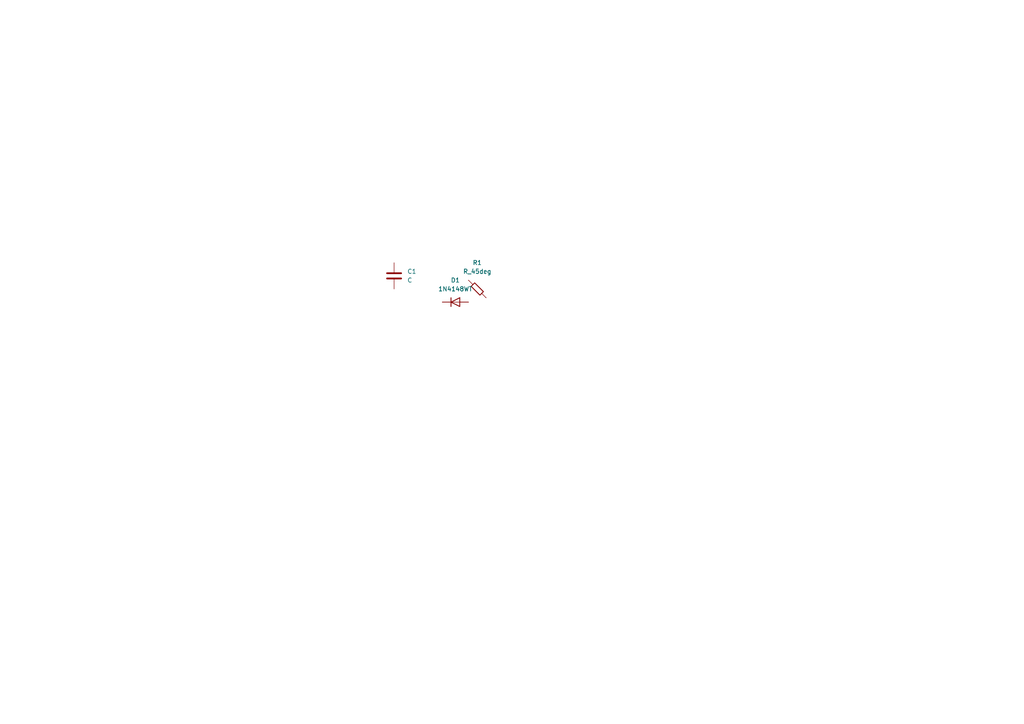
<source format=kicad_sch>
(kicad_sch (version 20231120) (generator "eeschema") (generator_version "8.0")
  (paper "A4")
  (lib_symbols
    (symbol "Device:C" (pin_numbers hide) (pin_names (offset 0.254))
      (property "Reference" "C" (at 0.635 2.54 0))
      (property "Value" "C" (at 0.635 -2.54 0))
      (symbol "C_0_1"
        (polyline (pts (xy -2.032 -0.762) (xy 2.032 -0.762)) (stroke (width 0.508)))
        (polyline (pts (xy -2.032 0.762) (xy 2.032 0.762)) (stroke (width 0.508)))
      )
      (symbol "C_1_1"
        (pin passive line (at 0 3.81 270) (length 2.794) (name "~") (number "1"))
        (pin passive line (at 0 -3.81 90) (length 2.794) (name "~") (number "2"))
      )
    )
    (symbol "Device:R_45deg" (pin_numbers hide) (pin_names (offset 0))
      (property "Reference" "R" (at 5.08 2.54 0))
      (property "Value" "R_45deg" (at 8.255 0.635 0))
      (symbol "R_45deg_0_1"
        (polyline (pts (xy -2.54 2.54) (xy -1.27 1.27)))
        (polyline (pts (xy 1.27 -1.27) (xy 2.54 -2.54)))
      )
      (symbol "R_45deg_1_1"
        (polyline (pts (xy -1.778 0.762) (xy 0.762 -1.778) (xy 1.778 -0.762) (xy -0.762 1.778) (xy -1.778 0.762)) (stroke (width 0.254)))
        (pin passive line (at -2.54 2.54 0) (length 0) (name "~") (number "1"))
        (pin passive line (at 2.54 -2.54 180) (length 0) (name "~") (number "2"))
      )
    )
    (symbol "Diode:1N4148WT" (pin_numbers hide) (pin_names hide)
      (property "Reference" "D" (at 0 2.54 0))
      (property "Value" "1N4148WT" (at 0 -2.54 0))
      (symbol "1N4148WT_0_1"
        (polyline (pts (xy -1.27 1.27) (xy -1.27 -1.27)) (stroke (width 0.254)))
        (polyline (pts (xy 1.27 0) (xy -1.27 0)))
        (polyline (pts (xy 1.27 1.27) (xy 1.27 -1.27) (xy -1.27 0) (xy 1.27 1.27)) (stroke (width 0.254)))
      )
      (symbol "1N4148WT_1_1"
        (pin passive line (at -3.81 0 0) (length 2.54) (name "K") (number "1"))
        (pin passive line (at 3.81 0 180) (length 2.54) (name "A") (number "2"))
      )
    )
  )
  (symbol (lib_id "Device:C") (at 114.3 80.01 0) (unit 1)
    (property "Reference" "C1" (at 118.11 78.7399 0) (effects (justify left)))
    (property "Value" "C" (at 118.11 81.2799 0) (effects (justify left)))
    (property "Description" "Unpolarized capacitor" (effects (hide yes)))
  )
  (symbol (lib_id "Diode:1N4148WT") (at 132.08 87.63 0) (unit 1)
    (property "Reference" "D1" (at 132.08 81.28 0))
    (property "Value" "1N4148WT" (at 132.08 83.82 0))
    (property "Footprint" "Diode_SMD:D_SOD-523" (effects (hide yes)))
    (property "Datasheet" "https://www.diodes.com/assets/Datasheets/ds30396.pdf" (effects (hide yes)))
    (property "Description" "75V 0.15A Fast switching Diode, SOD-523" (effects (hide yes)))
    (property "Sim.Device" "D" (effects (hide yes)))
    (property "Sim.Pins" "1=K 2=A" (effects (hide yes)))
  )
  (symbol (lib_id "Device:R_45deg") (at 138.43 83.82 0) (unit 1)
    (property "Reference" "R1" (at 138.43 76.2 0))
    (property "Value" "R_45deg" (at 138.43 78.74 0))
    (property "Description" "Resistor, rotated by 45°" (effects (hide yes)))
  )
)
</source>
